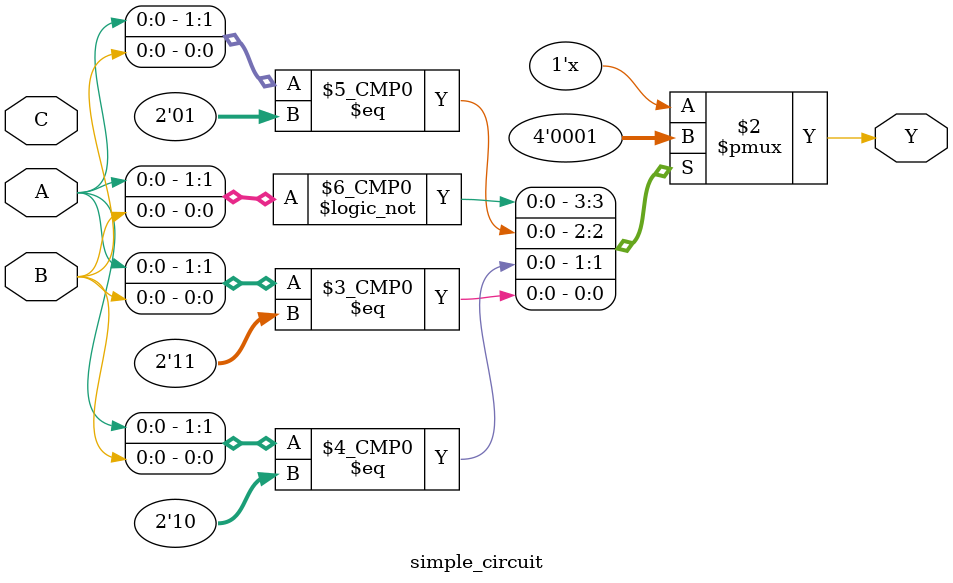
<source format=v>

module simple_circuit( 
input A, 
input B, 
input C, 
output reg Y 
); 
always@(*) 
begin 
case({A,B}) 
3'b000:Y=0; 
3'b001:Y=0; 
3'b010:Y=0; 
3'b011:Y=1; 
3'b100:Y=0; 
3'b101:Y=1; 
3'b110:Y=0; 
3'b111:Y=1; 
default:Y=0; 
endcase 
end 
endmodule 
</source>
